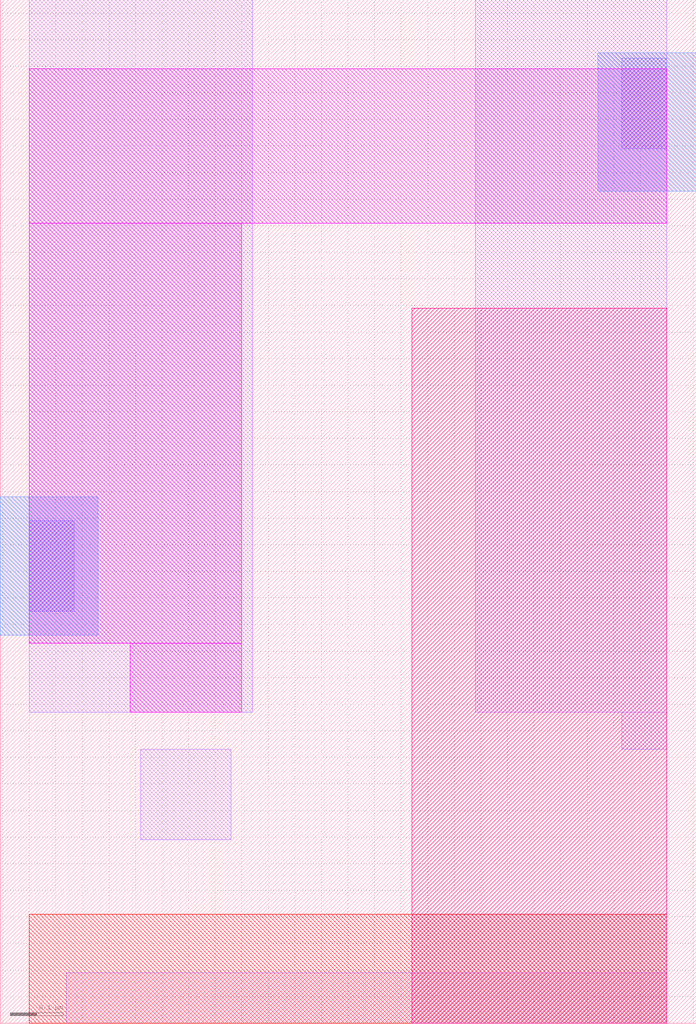
<source format=lef>
# Copyright 2020 The SkyWater PDK Authors
#
# Licensed under the Apache License, Version 2.0 (the "License");
# you may not use this file except in compliance with the License.
# You may obtain a copy of the License at
#
#     https://www.apache.org/licenses/LICENSE-2.0
#
# Unless required by applicable law or agreed to in writing, software
# distributed under the License is distributed on an "AS IS" BASIS,
# WITHOUT WARRANTIES OR CONDITIONS OF ANY KIND, either express or implied.
# See the License for the specific language governing permissions and
# limitations under the License.
#
# SPDX-License-Identifier: Apache-2.0

VERSION 5.7 ;
  NOWIREEXTENSIONATPIN ON ;
  DIVIDERCHAR "/" ;
  BUSBITCHARS "[]" ;
MACRO sky130_fd_bd_sram__sram_dp_colend_half_opta
  CLASS BLOCK ;
  FOREIGN sky130_fd_bd_sram__sram_dp_colend_half_opta ;
  ORIGIN  0.055000  0.000000 ;
  SIZE  1.310000 BY  1.925000 ;
  OBS
    LAYER li1 ;
      RECT 0.000000 0.585000 0.420000 1.925000 ;
      RECT 0.070000 0.000000 1.200000 0.095000 ;
      RECT 0.210000 0.345000 0.380000 0.515000 ;
      RECT 0.840000 0.585000 1.200000 1.925000 ;
      RECT 1.115000 0.515000 1.200000 0.585000 ;
    LAYER mcon ;
      RECT 0.000000 0.775000 0.085000 0.945000 ;
      RECT 1.115000 1.645000 1.200000 1.815000 ;
    LAYER met1 ;
      RECT -0.055000 0.730000 0.130000 0.990000 ;
      RECT  1.070000 1.565000 1.255000 1.825000 ;
    LAYER met2 ;
      RECT -0.055000 0.730000 0.130000 0.990000 ;
      RECT  1.070000 1.565000 1.255000 1.825000 ;
    LAYER met3 ;
      RECT 0.000000 0.000000 1.200000 0.205000 ;
    LAYER nwell ;
      RECT 0.720000 0.000000 1.200000 1.345000 ;
    LAYER pwell ;
      RECT 0.000000 0.715000 0.400000 1.505000 ;
      RECT 0.000000 1.505000 1.200000 1.795000 ;
      RECT 0.190000 0.585000 0.400000 0.715000 ;
  END
END sky130_fd_bd_sram__sram_dp_colend_half_opta
END LIBRARY

</source>
